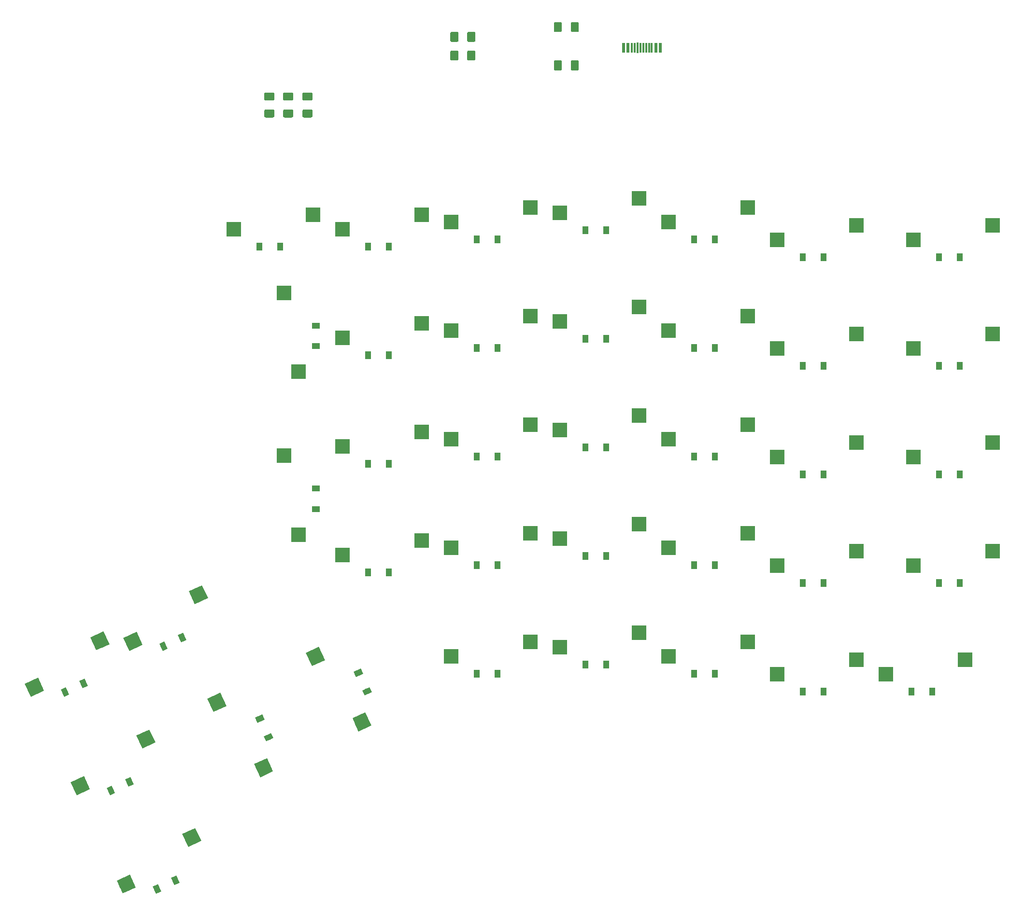
<source format=gbr>
G04 #@! TF.GenerationSoftware,KiCad,Pcbnew,(5.1.4)-1*
G04 #@! TF.CreationDate,2019-09-13T04:19:27+08:00*
G04 #@! TF.ProjectId,ErgoDoxTW,4572676f-446f-4785-9457-2e6b69636164,rev?*
G04 #@! TF.SameCoordinates,Original*
G04 #@! TF.FileFunction,Paste,Bot*
G04 #@! TF.FilePolarity,Positive*
%FSLAX46Y46*%
G04 Gerber Fmt 4.6, Leading zero omitted, Abs format (unit mm)*
G04 Created by KiCad (PCBNEW (5.1.4)-1) date 2019-09-13 04:19:27*
%MOMM*%
%LPD*%
G04 APERTURE LIST*
%ADD10C,1.000000*%
%ADD11C,0.150000*%
%ADD12C,2.500000*%
%ADD13R,0.600000X1.800000*%
%ADD14R,0.300000X1.800000*%
%ADD15C,0.300000*%
%ADD16C,1.425000*%
%ADD17R,1.000000X1.400000*%
%ADD18R,2.550000X2.500000*%
%ADD19R,1.400000X1.000000*%
%ADD20R,2.500000X2.550000*%
G04 APERTURE END LIST*
D10*
X49627615Y-141228829D03*
D11*
G36*
X49470294Y-142074554D02*
G01*
X48878628Y-140805723D01*
X49784936Y-140383104D01*
X50376602Y-141651935D01*
X49470294Y-142074554D01*
X49470294Y-142074554D01*
G37*
D10*
X46364907Y-142750255D03*
D11*
G36*
X46207586Y-143595980D02*
G01*
X45615920Y-142327149D01*
X46522228Y-141904530D01*
X47113894Y-143173361D01*
X46207586Y-143595980D01*
X46207586Y-143595980D01*
G37*
D12*
X52486357Y-133730100D03*
D11*
G36*
X51859087Y-135401823D02*
G01*
X50802542Y-133136054D01*
X53113627Y-132058377D01*
X54170172Y-134324146D01*
X51859087Y-135401823D01*
X51859087Y-135401823D01*
G37*
D12*
X41007445Y-141885384D03*
D11*
G36*
X40380175Y-143557107D02*
G01*
X39323630Y-141291338D01*
X41634715Y-140213661D01*
X42691260Y-142479430D01*
X40380175Y-143557107D01*
X40380175Y-143557107D01*
G37*
D10*
X80506554Y-147404432D03*
D11*
G36*
X81352279Y-147561753D02*
G01*
X80083448Y-148153419D01*
X79660829Y-147247111D01*
X80929660Y-146655445D01*
X81352279Y-147561753D01*
X81352279Y-147561753D01*
G37*
D10*
X82027980Y-150667140D03*
D11*
G36*
X82873705Y-150824461D02*
G01*
X81604874Y-151416127D01*
X81182255Y-150509819D01*
X82451086Y-149918153D01*
X82873705Y-150824461D01*
X82873705Y-150824461D01*
G37*
D12*
X73007825Y-144545690D03*
D11*
G36*
X74679548Y-145172960D02*
G01*
X72413779Y-146229505D01*
X71336102Y-143918420D01*
X73601871Y-142861875D01*
X74679548Y-145172960D01*
X74679548Y-145172960D01*
G37*
D12*
X81163109Y-156024602D03*
D11*
G36*
X82834832Y-156651872D02*
G01*
X80569063Y-157708417D01*
X79491386Y-155397332D01*
X81757155Y-154340787D01*
X82834832Y-156651872D01*
X82834832Y-156651872D01*
G37*
D13*
X150701516Y-29719040D03*
X144251516Y-29719040D03*
X149926516Y-29719040D03*
X145026516Y-29719040D03*
D14*
X145726516Y-29719040D03*
X149226516Y-29719040D03*
X146226516Y-29719040D03*
X148726516Y-29719040D03*
D15*
X146726516Y-29719040D03*
D11*
G36*
X146876516Y-30619040D02*
G01*
X146576516Y-30619040D01*
X146576516Y-28819040D01*
X146876516Y-28819040D01*
X146876516Y-30619040D01*
X146876516Y-30619040D01*
G37*
D14*
X148226516Y-29719040D03*
X147726516Y-29719040D03*
X147226516Y-29719040D03*
D11*
G36*
X133245587Y-25201648D02*
G01*
X133269856Y-25205248D01*
X133293654Y-25211209D01*
X133316754Y-25219474D01*
X133338932Y-25229964D01*
X133359976Y-25242577D01*
X133379681Y-25257191D01*
X133397860Y-25273667D01*
X133414336Y-25291846D01*
X133428950Y-25311551D01*
X133441563Y-25332595D01*
X133452053Y-25354773D01*
X133460318Y-25377873D01*
X133466279Y-25401671D01*
X133469879Y-25425940D01*
X133471083Y-25450444D01*
X133471083Y-26700444D01*
X133469879Y-26724948D01*
X133466279Y-26749217D01*
X133460318Y-26773015D01*
X133452053Y-26796115D01*
X133441563Y-26818293D01*
X133428950Y-26839337D01*
X133414336Y-26859042D01*
X133397860Y-26877221D01*
X133379681Y-26893697D01*
X133359976Y-26908311D01*
X133338932Y-26920924D01*
X133316754Y-26931414D01*
X133293654Y-26939679D01*
X133269856Y-26945640D01*
X133245587Y-26949240D01*
X133221083Y-26950444D01*
X132296083Y-26950444D01*
X132271579Y-26949240D01*
X132247310Y-26945640D01*
X132223512Y-26939679D01*
X132200412Y-26931414D01*
X132178234Y-26920924D01*
X132157190Y-26908311D01*
X132137485Y-26893697D01*
X132119306Y-26877221D01*
X132102830Y-26859042D01*
X132088216Y-26839337D01*
X132075603Y-26818293D01*
X132065113Y-26796115D01*
X132056848Y-26773015D01*
X132050887Y-26749217D01*
X132047287Y-26724948D01*
X132046083Y-26700444D01*
X132046083Y-25450444D01*
X132047287Y-25425940D01*
X132050887Y-25401671D01*
X132056848Y-25377873D01*
X132065113Y-25354773D01*
X132075603Y-25332595D01*
X132088216Y-25311551D01*
X132102830Y-25291846D01*
X132119306Y-25273667D01*
X132137485Y-25257191D01*
X132157190Y-25242577D01*
X132178234Y-25229964D01*
X132200412Y-25219474D01*
X132223512Y-25211209D01*
X132247310Y-25205248D01*
X132271579Y-25201648D01*
X132296083Y-25200444D01*
X133221083Y-25200444D01*
X133245587Y-25201648D01*
X133245587Y-25201648D01*
G37*
D16*
X132758583Y-26075444D03*
D11*
G36*
X136220587Y-25201648D02*
G01*
X136244856Y-25205248D01*
X136268654Y-25211209D01*
X136291754Y-25219474D01*
X136313932Y-25229964D01*
X136334976Y-25242577D01*
X136354681Y-25257191D01*
X136372860Y-25273667D01*
X136389336Y-25291846D01*
X136403950Y-25311551D01*
X136416563Y-25332595D01*
X136427053Y-25354773D01*
X136435318Y-25377873D01*
X136441279Y-25401671D01*
X136444879Y-25425940D01*
X136446083Y-25450444D01*
X136446083Y-26700444D01*
X136444879Y-26724948D01*
X136441279Y-26749217D01*
X136435318Y-26773015D01*
X136427053Y-26796115D01*
X136416563Y-26818293D01*
X136403950Y-26839337D01*
X136389336Y-26859042D01*
X136372860Y-26877221D01*
X136354681Y-26893697D01*
X136334976Y-26908311D01*
X136313932Y-26920924D01*
X136291754Y-26931414D01*
X136268654Y-26939679D01*
X136244856Y-26945640D01*
X136220587Y-26949240D01*
X136196083Y-26950444D01*
X135271083Y-26950444D01*
X135246579Y-26949240D01*
X135222310Y-26945640D01*
X135198512Y-26939679D01*
X135175412Y-26931414D01*
X135153234Y-26920924D01*
X135132190Y-26908311D01*
X135112485Y-26893697D01*
X135094306Y-26877221D01*
X135077830Y-26859042D01*
X135063216Y-26839337D01*
X135050603Y-26818293D01*
X135040113Y-26796115D01*
X135031848Y-26773015D01*
X135025887Y-26749217D01*
X135022287Y-26724948D01*
X135021083Y-26700444D01*
X135021083Y-25450444D01*
X135022287Y-25425940D01*
X135025887Y-25401671D01*
X135031848Y-25377873D01*
X135040113Y-25354773D01*
X135050603Y-25332595D01*
X135063216Y-25311551D01*
X135077830Y-25291846D01*
X135094306Y-25273667D01*
X135112485Y-25257191D01*
X135132190Y-25242577D01*
X135153234Y-25229964D01*
X135175412Y-25219474D01*
X135198512Y-25211209D01*
X135222310Y-25205248D01*
X135246579Y-25201648D01*
X135271083Y-25200444D01*
X136196083Y-25200444D01*
X136220587Y-25201648D01*
X136220587Y-25201648D01*
G37*
D16*
X135733583Y-26075444D03*
D11*
G36*
X133244080Y-31932625D02*
G01*
X133268349Y-31936225D01*
X133292147Y-31942186D01*
X133315247Y-31950451D01*
X133337425Y-31960941D01*
X133358469Y-31973554D01*
X133378174Y-31988168D01*
X133396353Y-32004644D01*
X133412829Y-32022823D01*
X133427443Y-32042528D01*
X133440056Y-32063572D01*
X133450546Y-32085750D01*
X133458811Y-32108850D01*
X133464772Y-32132648D01*
X133468372Y-32156917D01*
X133469576Y-32181421D01*
X133469576Y-33431421D01*
X133468372Y-33455925D01*
X133464772Y-33480194D01*
X133458811Y-33503992D01*
X133450546Y-33527092D01*
X133440056Y-33549270D01*
X133427443Y-33570314D01*
X133412829Y-33590019D01*
X133396353Y-33608198D01*
X133378174Y-33624674D01*
X133358469Y-33639288D01*
X133337425Y-33651901D01*
X133315247Y-33662391D01*
X133292147Y-33670656D01*
X133268349Y-33676617D01*
X133244080Y-33680217D01*
X133219576Y-33681421D01*
X132294576Y-33681421D01*
X132270072Y-33680217D01*
X132245803Y-33676617D01*
X132222005Y-33670656D01*
X132198905Y-33662391D01*
X132176727Y-33651901D01*
X132155683Y-33639288D01*
X132135978Y-33624674D01*
X132117799Y-33608198D01*
X132101323Y-33590019D01*
X132086709Y-33570314D01*
X132074096Y-33549270D01*
X132063606Y-33527092D01*
X132055341Y-33503992D01*
X132049380Y-33480194D01*
X132045780Y-33455925D01*
X132044576Y-33431421D01*
X132044576Y-32181421D01*
X132045780Y-32156917D01*
X132049380Y-32132648D01*
X132055341Y-32108850D01*
X132063606Y-32085750D01*
X132074096Y-32063572D01*
X132086709Y-32042528D01*
X132101323Y-32022823D01*
X132117799Y-32004644D01*
X132135978Y-31988168D01*
X132155683Y-31973554D01*
X132176727Y-31960941D01*
X132198905Y-31950451D01*
X132222005Y-31942186D01*
X132245803Y-31936225D01*
X132270072Y-31932625D01*
X132294576Y-31931421D01*
X133219576Y-31931421D01*
X133244080Y-31932625D01*
X133244080Y-31932625D01*
G37*
D16*
X132757076Y-32806421D03*
D11*
G36*
X136219080Y-31932625D02*
G01*
X136243349Y-31936225D01*
X136267147Y-31942186D01*
X136290247Y-31950451D01*
X136312425Y-31960941D01*
X136333469Y-31973554D01*
X136353174Y-31988168D01*
X136371353Y-32004644D01*
X136387829Y-32022823D01*
X136402443Y-32042528D01*
X136415056Y-32063572D01*
X136425546Y-32085750D01*
X136433811Y-32108850D01*
X136439772Y-32132648D01*
X136443372Y-32156917D01*
X136444576Y-32181421D01*
X136444576Y-33431421D01*
X136443372Y-33455925D01*
X136439772Y-33480194D01*
X136433811Y-33503992D01*
X136425546Y-33527092D01*
X136415056Y-33549270D01*
X136402443Y-33570314D01*
X136387829Y-33590019D01*
X136371353Y-33608198D01*
X136353174Y-33624674D01*
X136333469Y-33639288D01*
X136312425Y-33651901D01*
X136290247Y-33662391D01*
X136267147Y-33670656D01*
X136243349Y-33676617D01*
X136219080Y-33680217D01*
X136194576Y-33681421D01*
X135269576Y-33681421D01*
X135245072Y-33680217D01*
X135220803Y-33676617D01*
X135197005Y-33670656D01*
X135173905Y-33662391D01*
X135151727Y-33651901D01*
X135130683Y-33639288D01*
X135110978Y-33624674D01*
X135092799Y-33608198D01*
X135076323Y-33590019D01*
X135061709Y-33570314D01*
X135049096Y-33549270D01*
X135038606Y-33527092D01*
X135030341Y-33503992D01*
X135024380Y-33480194D01*
X135020780Y-33455925D01*
X135019576Y-33431421D01*
X135019576Y-32181421D01*
X135020780Y-32156917D01*
X135024380Y-32132648D01*
X135030341Y-32108850D01*
X135038606Y-32085750D01*
X135049096Y-32063572D01*
X135061709Y-32042528D01*
X135076323Y-32022823D01*
X135092799Y-32004644D01*
X135110978Y-31988168D01*
X135130683Y-31973554D01*
X135151727Y-31960941D01*
X135173905Y-31950451D01*
X135197005Y-31942186D01*
X135220803Y-31936225D01*
X135245072Y-31932625D01*
X135269576Y-31931421D01*
X136194576Y-31931421D01*
X136219080Y-31932625D01*
X136219080Y-31932625D01*
G37*
D16*
X135732076Y-32806421D03*
D17*
X203182609Y-104584587D03*
X199582609Y-104584587D03*
D18*
X208942609Y-98996587D03*
X195092609Y-101536587D03*
D17*
X203182366Y-85533777D03*
X199582366Y-85533777D03*
D18*
X208942366Y-79945777D03*
X195092366Y-82485777D03*
D17*
X203182430Y-123634490D03*
X199582430Y-123634490D03*
D18*
X208942430Y-118046490D03*
X195092430Y-120586490D03*
D17*
X203182001Y-66487437D03*
X199582001Y-66487437D03*
D18*
X208942001Y-60899437D03*
X195092001Y-63439437D03*
D10*
X66891872Y-133178374D03*
D11*
G36*
X66734551Y-134024099D02*
G01*
X66142885Y-132755268D01*
X67049193Y-132332649D01*
X67640859Y-133601480D01*
X66734551Y-134024099D01*
X66734551Y-134024099D01*
G37*
D10*
X63629164Y-134699800D03*
D11*
G36*
X63471843Y-135545525D02*
G01*
X62880177Y-134276694D01*
X63786485Y-133854075D01*
X64378151Y-135122906D01*
X63471843Y-135545525D01*
X63471843Y-135545525D01*
G37*
D12*
X69750614Y-125679645D03*
D11*
G36*
X69123344Y-127351368D02*
G01*
X68066799Y-125085599D01*
X70377884Y-124007922D01*
X71434429Y-126273691D01*
X69123344Y-127351368D01*
X69123344Y-127351368D01*
G37*
D12*
X58271702Y-133834929D03*
D11*
G36*
X57644432Y-135506652D02*
G01*
X56587887Y-133240883D01*
X58898972Y-132163206D01*
X59955517Y-134428975D01*
X57644432Y-135506652D01*
X57644432Y-135506652D01*
G37*
D17*
X103101765Y-121729968D03*
X99501765Y-121729968D03*
D18*
X108861765Y-116141968D03*
X95011765Y-118681968D03*
D17*
X141202655Y-61711581D03*
X137602655Y-61711581D03*
D18*
X146962655Y-56123581D03*
X133112655Y-58663581D03*
D17*
X103101989Y-64581949D03*
X99501989Y-64581949D03*
D18*
X108861989Y-58993949D03*
X95011989Y-61533949D03*
D17*
X122151859Y-82359328D03*
X118551859Y-82359328D03*
D18*
X127911859Y-76771328D03*
X114061859Y-79311328D03*
D17*
X141202475Y-80761484D03*
X137602475Y-80761484D03*
D18*
X146962475Y-75173484D03*
X133112475Y-77713484D03*
D17*
X103101702Y-83629255D03*
X99501702Y-83629255D03*
D18*
X108861702Y-78041255D03*
X95011702Y-80581255D03*
D19*
X90379844Y-78464336D03*
X90379844Y-82064336D03*
D20*
X84791844Y-72704336D03*
X87331844Y-86554336D03*
D17*
X122152039Y-63309424D03*
X118552039Y-63309424D03*
D18*
X127912039Y-57721424D03*
X114062039Y-60261424D03*
D17*
X179302202Y-66486377D03*
X175702202Y-66486377D03*
D18*
X185062202Y-60898377D03*
X171212202Y-63438377D03*
D17*
X160251846Y-63309784D03*
X156651846Y-63309784D03*
D18*
X166011846Y-57721784D03*
X152161846Y-60261784D03*
D17*
X179302084Y-85534046D03*
X175702084Y-85534046D03*
D18*
X185062084Y-79946046D03*
X171212084Y-82486046D03*
D17*
X160252572Y-82359265D03*
X156652572Y-82359265D03*
D18*
X166012572Y-76771265D03*
X152162572Y-79311265D03*
D17*
X179302326Y-104584856D03*
X175702326Y-104584856D03*
D18*
X185062326Y-98996856D03*
X171212326Y-101536856D03*
D17*
X160252393Y-101409168D03*
X156652393Y-101409168D03*
D18*
X166012393Y-95821168D03*
X152162393Y-98361168D03*
D17*
X141202296Y-99811388D03*
X137602296Y-99811388D03*
D18*
X146962296Y-94223388D03*
X133112296Y-96763388D03*
D17*
X122152102Y-101410138D03*
X118552102Y-101410138D03*
D18*
X127912102Y-95822138D03*
X114062102Y-98362138D03*
D17*
X103101945Y-102680064D03*
X99501945Y-102680064D03*
D18*
X108861945Y-97092064D03*
X95011945Y-99632064D03*
D17*
X179302147Y-123634759D03*
X175702147Y-123634759D03*
D18*
X185062147Y-118046759D03*
X171212147Y-120586759D03*
D17*
X160252636Y-120459978D03*
X156652636Y-120459978D03*
D18*
X166012636Y-114871978D03*
X152162636Y-117411978D03*
D17*
X141202116Y-118861291D03*
X137602116Y-118861291D03*
D18*
X146962116Y-113273291D03*
X133112116Y-115813291D03*
D17*
X122151922Y-120460041D03*
X118551922Y-120460041D03*
D18*
X127911922Y-114872041D03*
X114061922Y-117412041D03*
D19*
X90380088Y-107038400D03*
X90380088Y-110638400D03*
D20*
X84792088Y-101278400D03*
X87332088Y-115128400D03*
D17*
X198351871Y-142684842D03*
X194751871Y-142684842D03*
D18*
X204111871Y-137096842D03*
X190261871Y-139636842D03*
D17*
X179301967Y-142684663D03*
X175701967Y-142684663D03*
D18*
X185061967Y-137096663D03*
X171211967Y-139636663D03*
D17*
X160252456Y-139509882D03*
X156652456Y-139509882D03*
D18*
X166012456Y-133921882D03*
X152162456Y-136461882D03*
D17*
X141202359Y-137912101D03*
X137602359Y-137912101D03*
D18*
X146962359Y-132324101D03*
X133112359Y-134864101D03*
D17*
X122152649Y-139509522D03*
X118552649Y-139509522D03*
D18*
X127912649Y-133921522D03*
X114062649Y-136461522D03*
D10*
X65728646Y-175759494D03*
D11*
G36*
X65571325Y-176605219D02*
G01*
X64979659Y-175336388D01*
X65885967Y-174913769D01*
X66477633Y-176182600D01*
X65571325Y-176605219D01*
X65571325Y-176605219D01*
G37*
D10*
X62465938Y-177280920D03*
D11*
G36*
X62308617Y-178126645D02*
G01*
X61716951Y-176857814D01*
X62623259Y-176435195D01*
X63214925Y-177704026D01*
X62308617Y-178126645D01*
X62308617Y-178126645D01*
G37*
D12*
X68587388Y-168260765D03*
D11*
G36*
X67960118Y-169932488D02*
G01*
X66903573Y-167666719D01*
X69214658Y-166589042D01*
X70271203Y-168854811D01*
X67960118Y-169932488D01*
X67960118Y-169932488D01*
G37*
D12*
X57108476Y-176416049D03*
D11*
G36*
X56481206Y-178087772D02*
G01*
X55424661Y-175822003D01*
X57735746Y-174744326D01*
X58792291Y-177010095D01*
X56481206Y-178087772D01*
X56481206Y-178087772D01*
G37*
D10*
X97770600Y-139351868D03*
D11*
G36*
X98616325Y-139509189D02*
G01*
X97347494Y-140100855D01*
X96924875Y-139194547D01*
X98193706Y-138602881D01*
X98616325Y-139509189D01*
X98616325Y-139509189D01*
G37*
D10*
X99292026Y-142614576D03*
D11*
G36*
X100137751Y-142771897D02*
G01*
X98868920Y-143363563D01*
X98446301Y-142457255D01*
X99715132Y-141865589D01*
X100137751Y-142771897D01*
X100137751Y-142771897D01*
G37*
D12*
X90271871Y-136493126D03*
D11*
G36*
X91943594Y-137120396D02*
G01*
X89677825Y-138176941D01*
X88600148Y-135865856D01*
X90865917Y-134809311D01*
X91943594Y-137120396D01*
X91943594Y-137120396D01*
G37*
D12*
X98427155Y-147972038D03*
D11*
G36*
X100098878Y-148599308D02*
G01*
X97833109Y-149655853D01*
X96755432Y-147344768D01*
X99021201Y-146288223D01*
X100098878Y-148599308D01*
X100098878Y-148599308D01*
G37*
D10*
X57676832Y-158492560D03*
D11*
G36*
X57519511Y-159338285D02*
G01*
X56927845Y-158069454D01*
X57834153Y-157646835D01*
X58425819Y-158915666D01*
X57519511Y-159338285D01*
X57519511Y-159338285D01*
G37*
D10*
X54414124Y-160013986D03*
D11*
G36*
X54256803Y-160859711D02*
G01*
X53665137Y-159590880D01*
X54571445Y-159168261D01*
X55163111Y-160437092D01*
X54256803Y-160859711D01*
X54256803Y-160859711D01*
G37*
D12*
X60535574Y-150993831D03*
D11*
G36*
X59908304Y-152665554D02*
G01*
X58851759Y-150399785D01*
X61162844Y-149322108D01*
X62219389Y-151587877D01*
X59908304Y-152665554D01*
X59908304Y-152665554D01*
G37*
D12*
X49056662Y-159149115D03*
D11*
G36*
X48429392Y-160820838D02*
G01*
X47372847Y-158555069D01*
X49683932Y-157477392D01*
X50740477Y-159743161D01*
X48429392Y-160820838D01*
X48429392Y-160820838D01*
G37*
D17*
X84052128Y-64581860D03*
X80452128Y-64581860D03*
D18*
X89812128Y-58993860D03*
X75962128Y-61533860D03*
D11*
G36*
X118073939Y-26916082D02*
G01*
X118098208Y-26919682D01*
X118122006Y-26925643D01*
X118145106Y-26933908D01*
X118167284Y-26944398D01*
X118188328Y-26957011D01*
X118208033Y-26971625D01*
X118226212Y-26988101D01*
X118242688Y-27006280D01*
X118257302Y-27025985D01*
X118269915Y-27047029D01*
X118280405Y-27069207D01*
X118288670Y-27092307D01*
X118294631Y-27116105D01*
X118298231Y-27140374D01*
X118299435Y-27164878D01*
X118299435Y-28414878D01*
X118298231Y-28439382D01*
X118294631Y-28463651D01*
X118288670Y-28487449D01*
X118280405Y-28510549D01*
X118269915Y-28532727D01*
X118257302Y-28553771D01*
X118242688Y-28573476D01*
X118226212Y-28591655D01*
X118208033Y-28608131D01*
X118188328Y-28622745D01*
X118167284Y-28635358D01*
X118145106Y-28645848D01*
X118122006Y-28654113D01*
X118098208Y-28660074D01*
X118073939Y-28663674D01*
X118049435Y-28664878D01*
X117124435Y-28664878D01*
X117099931Y-28663674D01*
X117075662Y-28660074D01*
X117051864Y-28654113D01*
X117028764Y-28645848D01*
X117006586Y-28635358D01*
X116985542Y-28622745D01*
X116965837Y-28608131D01*
X116947658Y-28591655D01*
X116931182Y-28573476D01*
X116916568Y-28553771D01*
X116903955Y-28532727D01*
X116893465Y-28510549D01*
X116885200Y-28487449D01*
X116879239Y-28463651D01*
X116875639Y-28439382D01*
X116874435Y-28414878D01*
X116874435Y-27164878D01*
X116875639Y-27140374D01*
X116879239Y-27116105D01*
X116885200Y-27092307D01*
X116893465Y-27069207D01*
X116903955Y-27047029D01*
X116916568Y-27025985D01*
X116931182Y-27006280D01*
X116947658Y-26988101D01*
X116965837Y-26971625D01*
X116985542Y-26957011D01*
X117006586Y-26944398D01*
X117028764Y-26933908D01*
X117051864Y-26925643D01*
X117075662Y-26919682D01*
X117099931Y-26916082D01*
X117124435Y-26914878D01*
X118049435Y-26914878D01*
X118073939Y-26916082D01*
X118073939Y-26916082D01*
G37*
D16*
X117586935Y-27789878D03*
D11*
G36*
X115098939Y-26916082D02*
G01*
X115123208Y-26919682D01*
X115147006Y-26925643D01*
X115170106Y-26933908D01*
X115192284Y-26944398D01*
X115213328Y-26957011D01*
X115233033Y-26971625D01*
X115251212Y-26988101D01*
X115267688Y-27006280D01*
X115282302Y-27025985D01*
X115294915Y-27047029D01*
X115305405Y-27069207D01*
X115313670Y-27092307D01*
X115319631Y-27116105D01*
X115323231Y-27140374D01*
X115324435Y-27164878D01*
X115324435Y-28414878D01*
X115323231Y-28439382D01*
X115319631Y-28463651D01*
X115313670Y-28487449D01*
X115305405Y-28510549D01*
X115294915Y-28532727D01*
X115282302Y-28553771D01*
X115267688Y-28573476D01*
X115251212Y-28591655D01*
X115233033Y-28608131D01*
X115213328Y-28622745D01*
X115192284Y-28635358D01*
X115170106Y-28645848D01*
X115147006Y-28654113D01*
X115123208Y-28660074D01*
X115098939Y-28663674D01*
X115074435Y-28664878D01*
X114149435Y-28664878D01*
X114124931Y-28663674D01*
X114100662Y-28660074D01*
X114076864Y-28654113D01*
X114053764Y-28645848D01*
X114031586Y-28635358D01*
X114010542Y-28622745D01*
X113990837Y-28608131D01*
X113972658Y-28591655D01*
X113956182Y-28573476D01*
X113941568Y-28553771D01*
X113928955Y-28532727D01*
X113918465Y-28510549D01*
X113910200Y-28487449D01*
X113904239Y-28463651D01*
X113900639Y-28439382D01*
X113899435Y-28414878D01*
X113899435Y-27164878D01*
X113900639Y-27140374D01*
X113904239Y-27116105D01*
X113910200Y-27092307D01*
X113918465Y-27069207D01*
X113928955Y-27047029D01*
X113941568Y-27025985D01*
X113956182Y-27006280D01*
X113972658Y-26988101D01*
X113990837Y-26971625D01*
X114010542Y-26957011D01*
X114031586Y-26944398D01*
X114053764Y-26933908D01*
X114076864Y-26925643D01*
X114100662Y-26919682D01*
X114124931Y-26916082D01*
X114149435Y-26914878D01*
X115074435Y-26914878D01*
X115098939Y-26916082D01*
X115098939Y-26916082D01*
G37*
D16*
X114611935Y-27789878D03*
D11*
G36*
X118074038Y-30205315D02*
G01*
X118098307Y-30208915D01*
X118122105Y-30214876D01*
X118145205Y-30223141D01*
X118167383Y-30233631D01*
X118188427Y-30246244D01*
X118208132Y-30260858D01*
X118226311Y-30277334D01*
X118242787Y-30295513D01*
X118257401Y-30315218D01*
X118270014Y-30336262D01*
X118280504Y-30358440D01*
X118288769Y-30381540D01*
X118294730Y-30405338D01*
X118298330Y-30429607D01*
X118299534Y-30454111D01*
X118299534Y-31704111D01*
X118298330Y-31728615D01*
X118294730Y-31752884D01*
X118288769Y-31776682D01*
X118280504Y-31799782D01*
X118270014Y-31821960D01*
X118257401Y-31843004D01*
X118242787Y-31862709D01*
X118226311Y-31880888D01*
X118208132Y-31897364D01*
X118188427Y-31911978D01*
X118167383Y-31924591D01*
X118145205Y-31935081D01*
X118122105Y-31943346D01*
X118098307Y-31949307D01*
X118074038Y-31952907D01*
X118049534Y-31954111D01*
X117124534Y-31954111D01*
X117100030Y-31952907D01*
X117075761Y-31949307D01*
X117051963Y-31943346D01*
X117028863Y-31935081D01*
X117006685Y-31924591D01*
X116985641Y-31911978D01*
X116965936Y-31897364D01*
X116947757Y-31880888D01*
X116931281Y-31862709D01*
X116916667Y-31843004D01*
X116904054Y-31821960D01*
X116893564Y-31799782D01*
X116885299Y-31776682D01*
X116879338Y-31752884D01*
X116875738Y-31728615D01*
X116874534Y-31704111D01*
X116874534Y-30454111D01*
X116875738Y-30429607D01*
X116879338Y-30405338D01*
X116885299Y-30381540D01*
X116893564Y-30358440D01*
X116904054Y-30336262D01*
X116916667Y-30315218D01*
X116931281Y-30295513D01*
X116947757Y-30277334D01*
X116965936Y-30260858D01*
X116985641Y-30246244D01*
X117006685Y-30233631D01*
X117028863Y-30223141D01*
X117051963Y-30214876D01*
X117075761Y-30208915D01*
X117100030Y-30205315D01*
X117124534Y-30204111D01*
X118049534Y-30204111D01*
X118074038Y-30205315D01*
X118074038Y-30205315D01*
G37*
D16*
X117587034Y-31079111D03*
D11*
G36*
X115099038Y-30205315D02*
G01*
X115123307Y-30208915D01*
X115147105Y-30214876D01*
X115170205Y-30223141D01*
X115192383Y-30233631D01*
X115213427Y-30246244D01*
X115233132Y-30260858D01*
X115251311Y-30277334D01*
X115267787Y-30295513D01*
X115282401Y-30315218D01*
X115295014Y-30336262D01*
X115305504Y-30358440D01*
X115313769Y-30381540D01*
X115319730Y-30405338D01*
X115323330Y-30429607D01*
X115324534Y-30454111D01*
X115324534Y-31704111D01*
X115323330Y-31728615D01*
X115319730Y-31752884D01*
X115313769Y-31776682D01*
X115305504Y-31799782D01*
X115295014Y-31821960D01*
X115282401Y-31843004D01*
X115267787Y-31862709D01*
X115251311Y-31880888D01*
X115233132Y-31897364D01*
X115213427Y-31911978D01*
X115192383Y-31924591D01*
X115170205Y-31935081D01*
X115147105Y-31943346D01*
X115123307Y-31949307D01*
X115099038Y-31952907D01*
X115074534Y-31954111D01*
X114149534Y-31954111D01*
X114125030Y-31952907D01*
X114100761Y-31949307D01*
X114076963Y-31943346D01*
X114053863Y-31935081D01*
X114031685Y-31924591D01*
X114010641Y-31911978D01*
X113990936Y-31897364D01*
X113972757Y-31880888D01*
X113956281Y-31862709D01*
X113941667Y-31843004D01*
X113929054Y-31821960D01*
X113918564Y-31799782D01*
X113910299Y-31776682D01*
X113904338Y-31752884D01*
X113900738Y-31728615D01*
X113899534Y-31704111D01*
X113899534Y-30454111D01*
X113900738Y-30429607D01*
X113904338Y-30405338D01*
X113910299Y-30381540D01*
X113918564Y-30358440D01*
X113929054Y-30336262D01*
X113941667Y-30315218D01*
X113956281Y-30295513D01*
X113972757Y-30277334D01*
X113990936Y-30260858D01*
X114010641Y-30246244D01*
X114031685Y-30233631D01*
X114053863Y-30223141D01*
X114076963Y-30214876D01*
X114100761Y-30208915D01*
X114125030Y-30205315D01*
X114149534Y-30204111D01*
X115074534Y-30204111D01*
X115099038Y-30205315D01*
X115099038Y-30205315D01*
G37*
D16*
X114612034Y-31079111D03*
D11*
G36*
X82829145Y-40525401D02*
G01*
X82853414Y-40529001D01*
X82877212Y-40534962D01*
X82900312Y-40543227D01*
X82922490Y-40553717D01*
X82943534Y-40566330D01*
X82963239Y-40580944D01*
X82981418Y-40597420D01*
X82997894Y-40615599D01*
X83012508Y-40635304D01*
X83025121Y-40656348D01*
X83035611Y-40678526D01*
X83043876Y-40701626D01*
X83049837Y-40725424D01*
X83053437Y-40749693D01*
X83054641Y-40774197D01*
X83054641Y-41699197D01*
X83053437Y-41723701D01*
X83049837Y-41747970D01*
X83043876Y-41771768D01*
X83035611Y-41794868D01*
X83025121Y-41817046D01*
X83012508Y-41838090D01*
X82997894Y-41857795D01*
X82981418Y-41875974D01*
X82963239Y-41892450D01*
X82943534Y-41907064D01*
X82922490Y-41919677D01*
X82900312Y-41930167D01*
X82877212Y-41938432D01*
X82853414Y-41944393D01*
X82829145Y-41947993D01*
X82804641Y-41949197D01*
X81554641Y-41949197D01*
X81530137Y-41947993D01*
X81505868Y-41944393D01*
X81482070Y-41938432D01*
X81458970Y-41930167D01*
X81436792Y-41919677D01*
X81415748Y-41907064D01*
X81396043Y-41892450D01*
X81377864Y-41875974D01*
X81361388Y-41857795D01*
X81346774Y-41838090D01*
X81334161Y-41817046D01*
X81323671Y-41794868D01*
X81315406Y-41771768D01*
X81309445Y-41747970D01*
X81305845Y-41723701D01*
X81304641Y-41699197D01*
X81304641Y-40774197D01*
X81305845Y-40749693D01*
X81309445Y-40725424D01*
X81315406Y-40701626D01*
X81323671Y-40678526D01*
X81334161Y-40656348D01*
X81346774Y-40635304D01*
X81361388Y-40615599D01*
X81377864Y-40597420D01*
X81396043Y-40580944D01*
X81415748Y-40566330D01*
X81436792Y-40553717D01*
X81458970Y-40543227D01*
X81482070Y-40534962D01*
X81505868Y-40529001D01*
X81530137Y-40525401D01*
X81554641Y-40524197D01*
X82804641Y-40524197D01*
X82829145Y-40525401D01*
X82829145Y-40525401D01*
G37*
D16*
X82179641Y-41236697D03*
D11*
G36*
X82829145Y-37550401D02*
G01*
X82853414Y-37554001D01*
X82877212Y-37559962D01*
X82900312Y-37568227D01*
X82922490Y-37578717D01*
X82943534Y-37591330D01*
X82963239Y-37605944D01*
X82981418Y-37622420D01*
X82997894Y-37640599D01*
X83012508Y-37660304D01*
X83025121Y-37681348D01*
X83035611Y-37703526D01*
X83043876Y-37726626D01*
X83049837Y-37750424D01*
X83053437Y-37774693D01*
X83054641Y-37799197D01*
X83054641Y-38724197D01*
X83053437Y-38748701D01*
X83049837Y-38772970D01*
X83043876Y-38796768D01*
X83035611Y-38819868D01*
X83025121Y-38842046D01*
X83012508Y-38863090D01*
X82997894Y-38882795D01*
X82981418Y-38900974D01*
X82963239Y-38917450D01*
X82943534Y-38932064D01*
X82922490Y-38944677D01*
X82900312Y-38955167D01*
X82877212Y-38963432D01*
X82853414Y-38969393D01*
X82829145Y-38972993D01*
X82804641Y-38974197D01*
X81554641Y-38974197D01*
X81530137Y-38972993D01*
X81505868Y-38969393D01*
X81482070Y-38963432D01*
X81458970Y-38955167D01*
X81436792Y-38944677D01*
X81415748Y-38932064D01*
X81396043Y-38917450D01*
X81377864Y-38900974D01*
X81361388Y-38882795D01*
X81346774Y-38863090D01*
X81334161Y-38842046D01*
X81323671Y-38819868D01*
X81315406Y-38796768D01*
X81309445Y-38772970D01*
X81305845Y-38748701D01*
X81304641Y-38724197D01*
X81304641Y-37799197D01*
X81305845Y-37774693D01*
X81309445Y-37750424D01*
X81315406Y-37726626D01*
X81323671Y-37703526D01*
X81334161Y-37681348D01*
X81346774Y-37660304D01*
X81361388Y-37640599D01*
X81377864Y-37622420D01*
X81396043Y-37605944D01*
X81415748Y-37591330D01*
X81436792Y-37578717D01*
X81458970Y-37568227D01*
X81482070Y-37559962D01*
X81505868Y-37554001D01*
X81530137Y-37550401D01*
X81554641Y-37549197D01*
X82804641Y-37549197D01*
X82829145Y-37550401D01*
X82829145Y-37550401D01*
G37*
D16*
X82179641Y-38261697D03*
D11*
G36*
X86130370Y-40525227D02*
G01*
X86154639Y-40528827D01*
X86178437Y-40534788D01*
X86201537Y-40543053D01*
X86223715Y-40553543D01*
X86244759Y-40566156D01*
X86264464Y-40580770D01*
X86282643Y-40597246D01*
X86299119Y-40615425D01*
X86313733Y-40635130D01*
X86326346Y-40656174D01*
X86336836Y-40678352D01*
X86345101Y-40701452D01*
X86351062Y-40725250D01*
X86354662Y-40749519D01*
X86355866Y-40774023D01*
X86355866Y-41699023D01*
X86354662Y-41723527D01*
X86351062Y-41747796D01*
X86345101Y-41771594D01*
X86336836Y-41794694D01*
X86326346Y-41816872D01*
X86313733Y-41837916D01*
X86299119Y-41857621D01*
X86282643Y-41875800D01*
X86264464Y-41892276D01*
X86244759Y-41906890D01*
X86223715Y-41919503D01*
X86201537Y-41929993D01*
X86178437Y-41938258D01*
X86154639Y-41944219D01*
X86130370Y-41947819D01*
X86105866Y-41949023D01*
X84855866Y-41949023D01*
X84831362Y-41947819D01*
X84807093Y-41944219D01*
X84783295Y-41938258D01*
X84760195Y-41929993D01*
X84738017Y-41919503D01*
X84716973Y-41906890D01*
X84697268Y-41892276D01*
X84679089Y-41875800D01*
X84662613Y-41857621D01*
X84647999Y-41837916D01*
X84635386Y-41816872D01*
X84624896Y-41794694D01*
X84616631Y-41771594D01*
X84610670Y-41747796D01*
X84607070Y-41723527D01*
X84605866Y-41699023D01*
X84605866Y-40774023D01*
X84607070Y-40749519D01*
X84610670Y-40725250D01*
X84616631Y-40701452D01*
X84624896Y-40678352D01*
X84635386Y-40656174D01*
X84647999Y-40635130D01*
X84662613Y-40615425D01*
X84679089Y-40597246D01*
X84697268Y-40580770D01*
X84716973Y-40566156D01*
X84738017Y-40553543D01*
X84760195Y-40543053D01*
X84783295Y-40534788D01*
X84807093Y-40528827D01*
X84831362Y-40525227D01*
X84855866Y-40524023D01*
X86105866Y-40524023D01*
X86130370Y-40525227D01*
X86130370Y-40525227D01*
G37*
D16*
X85480866Y-41236523D03*
D11*
G36*
X86130370Y-37550227D02*
G01*
X86154639Y-37553827D01*
X86178437Y-37559788D01*
X86201537Y-37568053D01*
X86223715Y-37578543D01*
X86244759Y-37591156D01*
X86264464Y-37605770D01*
X86282643Y-37622246D01*
X86299119Y-37640425D01*
X86313733Y-37660130D01*
X86326346Y-37681174D01*
X86336836Y-37703352D01*
X86345101Y-37726452D01*
X86351062Y-37750250D01*
X86354662Y-37774519D01*
X86355866Y-37799023D01*
X86355866Y-38724023D01*
X86354662Y-38748527D01*
X86351062Y-38772796D01*
X86345101Y-38796594D01*
X86336836Y-38819694D01*
X86326346Y-38841872D01*
X86313733Y-38862916D01*
X86299119Y-38882621D01*
X86282643Y-38900800D01*
X86264464Y-38917276D01*
X86244759Y-38931890D01*
X86223715Y-38944503D01*
X86201537Y-38954993D01*
X86178437Y-38963258D01*
X86154639Y-38969219D01*
X86130370Y-38972819D01*
X86105866Y-38974023D01*
X84855866Y-38974023D01*
X84831362Y-38972819D01*
X84807093Y-38969219D01*
X84783295Y-38963258D01*
X84760195Y-38954993D01*
X84738017Y-38944503D01*
X84716973Y-38931890D01*
X84697268Y-38917276D01*
X84679089Y-38900800D01*
X84662613Y-38882621D01*
X84647999Y-38862916D01*
X84635386Y-38841872D01*
X84624896Y-38819694D01*
X84616631Y-38796594D01*
X84610670Y-38772796D01*
X84607070Y-38748527D01*
X84605866Y-38724023D01*
X84605866Y-37799023D01*
X84607070Y-37774519D01*
X84610670Y-37750250D01*
X84616631Y-37726452D01*
X84624896Y-37703352D01*
X84635386Y-37681174D01*
X84647999Y-37660130D01*
X84662613Y-37640425D01*
X84679089Y-37622246D01*
X84697268Y-37605770D01*
X84716973Y-37591156D01*
X84738017Y-37578543D01*
X84760195Y-37568053D01*
X84783295Y-37559788D01*
X84807093Y-37553827D01*
X84831362Y-37550227D01*
X84855866Y-37549023D01*
X86105866Y-37549023D01*
X86130370Y-37550227D01*
X86130370Y-37550227D01*
G37*
D16*
X85480866Y-38261523D03*
D11*
G36*
X89521109Y-40525350D02*
G01*
X89545378Y-40528950D01*
X89569176Y-40534911D01*
X89592276Y-40543176D01*
X89614454Y-40553666D01*
X89635498Y-40566279D01*
X89655203Y-40580893D01*
X89673382Y-40597369D01*
X89689858Y-40615548D01*
X89704472Y-40635253D01*
X89717085Y-40656297D01*
X89727575Y-40678475D01*
X89735840Y-40701575D01*
X89741801Y-40725373D01*
X89745401Y-40749642D01*
X89746605Y-40774146D01*
X89746605Y-41699146D01*
X89745401Y-41723650D01*
X89741801Y-41747919D01*
X89735840Y-41771717D01*
X89727575Y-41794817D01*
X89717085Y-41816995D01*
X89704472Y-41838039D01*
X89689858Y-41857744D01*
X89673382Y-41875923D01*
X89655203Y-41892399D01*
X89635498Y-41907013D01*
X89614454Y-41919626D01*
X89592276Y-41930116D01*
X89569176Y-41938381D01*
X89545378Y-41944342D01*
X89521109Y-41947942D01*
X89496605Y-41949146D01*
X88246605Y-41949146D01*
X88222101Y-41947942D01*
X88197832Y-41944342D01*
X88174034Y-41938381D01*
X88150934Y-41930116D01*
X88128756Y-41919626D01*
X88107712Y-41907013D01*
X88088007Y-41892399D01*
X88069828Y-41875923D01*
X88053352Y-41857744D01*
X88038738Y-41838039D01*
X88026125Y-41816995D01*
X88015635Y-41794817D01*
X88007370Y-41771717D01*
X88001409Y-41747919D01*
X87997809Y-41723650D01*
X87996605Y-41699146D01*
X87996605Y-40774146D01*
X87997809Y-40749642D01*
X88001409Y-40725373D01*
X88007370Y-40701575D01*
X88015635Y-40678475D01*
X88026125Y-40656297D01*
X88038738Y-40635253D01*
X88053352Y-40615548D01*
X88069828Y-40597369D01*
X88088007Y-40580893D01*
X88107712Y-40566279D01*
X88128756Y-40553666D01*
X88150934Y-40543176D01*
X88174034Y-40534911D01*
X88197832Y-40528950D01*
X88222101Y-40525350D01*
X88246605Y-40524146D01*
X89496605Y-40524146D01*
X89521109Y-40525350D01*
X89521109Y-40525350D01*
G37*
D16*
X88871605Y-41236646D03*
D11*
G36*
X89521109Y-37550350D02*
G01*
X89545378Y-37553950D01*
X89569176Y-37559911D01*
X89592276Y-37568176D01*
X89614454Y-37578666D01*
X89635498Y-37591279D01*
X89655203Y-37605893D01*
X89673382Y-37622369D01*
X89689858Y-37640548D01*
X89704472Y-37660253D01*
X89717085Y-37681297D01*
X89727575Y-37703475D01*
X89735840Y-37726575D01*
X89741801Y-37750373D01*
X89745401Y-37774642D01*
X89746605Y-37799146D01*
X89746605Y-38724146D01*
X89745401Y-38748650D01*
X89741801Y-38772919D01*
X89735840Y-38796717D01*
X89727575Y-38819817D01*
X89717085Y-38841995D01*
X89704472Y-38863039D01*
X89689858Y-38882744D01*
X89673382Y-38900923D01*
X89655203Y-38917399D01*
X89635498Y-38932013D01*
X89614454Y-38944626D01*
X89592276Y-38955116D01*
X89569176Y-38963381D01*
X89545378Y-38969342D01*
X89521109Y-38972942D01*
X89496605Y-38974146D01*
X88246605Y-38974146D01*
X88222101Y-38972942D01*
X88197832Y-38969342D01*
X88174034Y-38963381D01*
X88150934Y-38955116D01*
X88128756Y-38944626D01*
X88107712Y-38932013D01*
X88088007Y-38917399D01*
X88069828Y-38900923D01*
X88053352Y-38882744D01*
X88038738Y-38863039D01*
X88026125Y-38841995D01*
X88015635Y-38819817D01*
X88007370Y-38796717D01*
X88001409Y-38772919D01*
X87997809Y-38748650D01*
X87996605Y-38724146D01*
X87996605Y-37799146D01*
X87997809Y-37774642D01*
X88001409Y-37750373D01*
X88007370Y-37726575D01*
X88015635Y-37703475D01*
X88026125Y-37681297D01*
X88038738Y-37660253D01*
X88053352Y-37640548D01*
X88069828Y-37622369D01*
X88088007Y-37605893D01*
X88107712Y-37591279D01*
X88128756Y-37578666D01*
X88150934Y-37568176D01*
X88174034Y-37559911D01*
X88197832Y-37553950D01*
X88222101Y-37550350D01*
X88246605Y-37549146D01*
X89496605Y-37549146D01*
X89521109Y-37550350D01*
X89521109Y-37550350D01*
G37*
D16*
X88871605Y-38261646D03*
M02*

</source>
